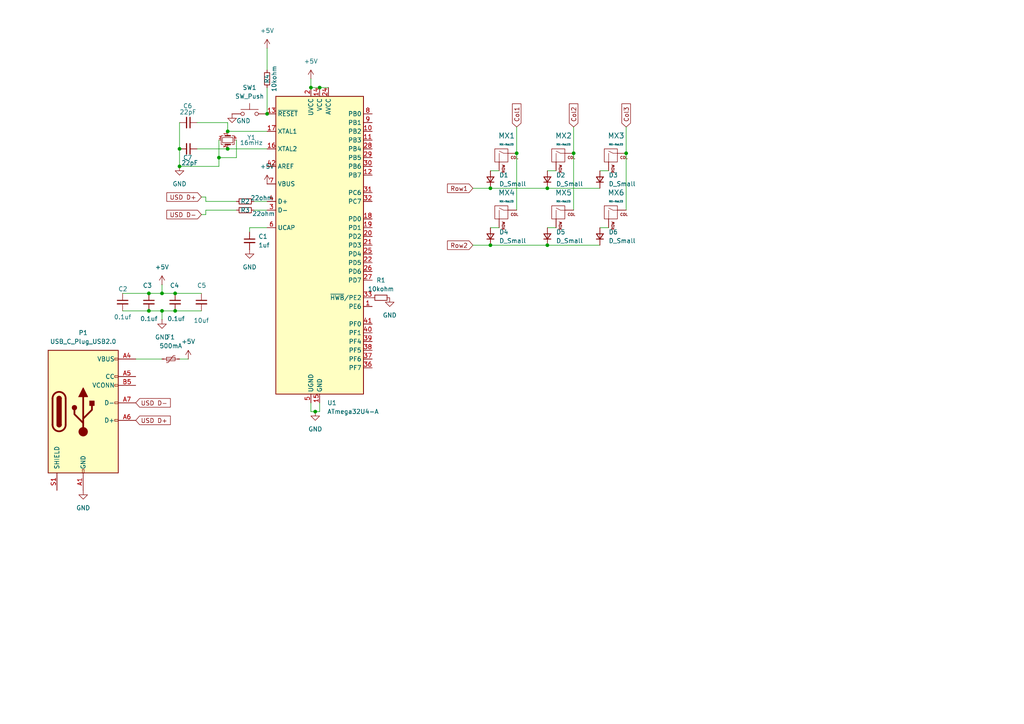
<source format=kicad_sch>
(kicad_sch (version 20231120) (generator "eeschema") (generator_version "8.0")
  (paper "A4")
  (lib_symbols
    (symbol "Connector:USB_C_Plug_USB2.0" (pin_names (offset 1.016))
      (property "Reference" "P" (at -10.16 19.05 0))
      (property "Value" "USB_C_Plug_USB2.0" (at 12.7 19.05 0))
      (symbol "USB_C_Plug_USB2.0_0_0"
        (rectangle (start -0.254 -17.78) (end 0.254 -16.764))
        (rectangle (start 10.16 -2.286) (end 9.144 -2.794))
        (rectangle (start 10.16 2.794) (end 9.144 2.286))
        (rectangle (start 10.16 7.874) (end 9.144 7.366))
        (rectangle (start 10.16 10.414) (end 9.144 9.906))
        (rectangle (start 10.16 15.494) (end 9.144 14.986))
      )
      (symbol "USB_C_Plug_USB2.0_0_1"
        (rectangle (start -10.16 17.78) (end 10.16 -17.78) (stroke (width 0.254)) (fill (type background)))
        (arc (start -8.89 -3.81) (mid -6.985 -5.7067) (end -5.08 -3.81) (stroke (width 0.508)))
        (arc (start -7.62 -3.81) (mid -6.985 -4.4423) (end -6.35 -3.81) (stroke (width 0.254)))
        (arc (start -7.62 -3.81) (mid -6.985 -4.4423) (end -6.35 -3.81) (stroke (width 0.254)) (fill (type outline)))
        (rectangle (start -7.62 -3.81) (end -6.35 3.81) (stroke (width 0.254)) (fill (type outline)))
        (arc (start -6.35 3.81) (mid -6.985 4.4423) (end -7.62 3.81) (stroke (width 0.254)))
        (arc (start -6.35 3.81) (mid -6.985 4.4423) (end -7.62 3.81) (stroke (width 0.254)) (fill (type outline)))
        (arc (start -5.08 3.81) (mid -6.985 5.7067) (end -8.89 3.81) (stroke (width 0.508)))
        (circle (center -2.54 1.143) (radius 0.635) (stroke (width 0.254)) (fill (type outline)))
        (circle (center 0 -5.842) (radius 1.27) (fill (type outline)))
        (polyline (pts (xy -8.89 -3.81) (xy -8.89 3.81)) (stroke (width 0.508)))
        (polyline (pts (xy -5.08 3.81) (xy -5.08 -3.81)) (stroke (width 0.508)))
        (polyline (pts (xy 0 -5.842) (xy 0 4.318)) (stroke (width 0.508)))
        (polyline (pts (xy 0 -3.302) (xy -2.54 -0.762) (xy -2.54 0.508)) (stroke (width 0.508)))
        (polyline (pts (xy 0 -2.032) (xy 2.54 0.508) (xy 2.54 1.778)) (stroke (width 0.508)))
        (polyline (pts (xy -1.27 4.318) (xy 0 6.858) (xy 1.27 4.318) (xy -1.27 4.318)) (stroke (width 0.254)) (fill (type outline)))
        (rectangle (start 1.905 1.778) (end 3.175 3.048) (stroke (width 0.254)) (fill (type outline)))
      )
      (symbol "USB_C_Plug_USB2.0_1_1"
        (pin passive line (at 0 -22.86 90) (length 5.08) (name "GND") (number "A1"))
        (pin passive line (at 0 -22.86 90) (length 5.08) hide (name "GND") (number "A12"))
        (pin passive line (at 15.24 15.24 180) (length 5.08) (name "VBUS") (number "A4"))
        (pin bidirectional line (at 15.24 10.16 180) (length 5.08) (name "CC") (number "A5"))
        (pin bidirectional line (at 15.24 -2.54 180) (length 5.08) (name "D+") (number "A6"))
        (pin bidirectional line (at 15.24 2.54 180) (length 5.08) (name "D-") (number "A7"))
        (pin passive line (at 15.24 15.24 180) (length 5.08) hide (name "VBUS") (number "A9"))
        (pin passive line (at 0 -22.86 90) (length 5.08) hide (name "GND") (number "B1"))
        (pin passive line (at 0 -22.86 90) (length 5.08) hide (name "GND") (number "B12"))
        (pin passive line (at 15.24 15.24 180) (length 5.08) hide (name "VBUS") (number "B4"))
        (pin bidirectional line (at 15.24 7.62 180) (length 5.08) (name "VCONN") (number "B5"))
        (pin passive line (at 15.24 15.24 180) (length 5.08) hide (name "VBUS") (number "B9"))
        (pin passive line (at -7.62 -22.86 90) (length 5.08) (name "SHIELD") (number "S1"))
      )
    )
    (symbol "Device:C_Small" (pin_numbers hide) (pin_names (offset 0.254) hide)
      (property "Reference" "C" (at 0.254 1.778 0))
      (property "Value" "C_Small" (at 0.254 -2.032 0))
      (symbol "C_Small_0_1"
        (polyline (pts (xy -1.524 -0.508) (xy 1.524 -0.508)) (stroke (width 0.3302)))
        (polyline (pts (xy -1.524 0.508) (xy 1.524 0.508)) (stroke (width 0.3048)))
      )
      (symbol "C_Small_1_1"
        (pin passive line (at 0 2.54 270) (length 2.032) (name "~") (number "1"))
        (pin passive line (at 0 -2.54 90) (length 2.032) (name "~") (number "2"))
      )
    )
    (symbol "Device:Crystal_GND24_Small" (pin_names (offset 1.016) hide)
      (property "Reference" "Y" (at 1.27 4.445 0))
      (property "Value" "Crystal_GND24_Small" (at 1.27 2.54 0))
      (symbol "Crystal_GND24_Small_0_1"
        (rectangle (start -0.762 -1.524) (end 0.762 1.524))
        (polyline (pts (xy -1.27 -0.762) (xy -1.27 0.762)) (stroke (width 0.381)))
        (polyline (pts (xy 1.27 -0.762) (xy 1.27 0.762)) (stroke (width 0.381)))
        (polyline (pts (xy -1.27 -1.27) (xy -1.27 -1.905) (xy 1.27 -1.905) (xy 1.27 -1.27)))
        (polyline (pts (xy -1.27 1.27) (xy -1.27 1.905) (xy 1.27 1.905) (xy 1.27 1.27)))
      )
      (symbol "Crystal_GND24_Small_1_1"
        (pin passive line (at -2.54 0 0) (length 1.27) (name "1") (number "1"))
        (pin passive line (at 0 -2.54 90) (length 0.635) (name "2") (number "2"))
        (pin passive line (at 2.54 0 180) (length 1.27) (name "3") (number "3"))
        (pin passive line (at 0 2.54 270) (length 0.635) (name "4") (number "4"))
      )
    )
    (symbol "Device:D_Small" (pin_numbers hide) (pin_names (offset 0.254) hide)
      (property "Reference" "D" (at -1.27 2.032 0))
      (property "Value" "D_Small" (at -3.81 -2.032 0))
      (symbol "D_Small_0_1"
        (polyline (pts (xy -0.762 -1.016) (xy -0.762 1.016)) (stroke (width 0.254)))
        (polyline (pts (xy -0.762 0) (xy 0.762 0)))
        (polyline (pts (xy 0.762 -1.016) (xy -0.762 0) (xy 0.762 1.016) (xy 0.762 -1.016)) (stroke (width 0.254)))
      )
      (symbol "D_Small_1_1"
        (pin passive line (at -2.54 0 0) (length 1.778) (name "K") (number "1"))
        (pin passive line (at 2.54 0 180) (length 1.778) (name "A") (number "2"))
      )
    )
    (symbol "Device:Polyfuse_Small" (pin_numbers hide) (pin_names (offset 0))
      (property "Reference" "F" (at -1.905 0 90))
      (property "Value" "Polyfuse_Small" (at 1.905 0 90))
      (symbol "Polyfuse_Small_0_1"
        (rectangle (start -0.508 1.27) (end 0.508 -1.27))
        (polyline (pts (xy 0 2.54) (xy 0 -2.54)))
        (polyline (pts (xy -1.016 1.27) (xy -1.016 0.762) (xy 1.016 -0.762) (xy 1.016 -1.27)))
      )
      (symbol "Polyfuse_Small_1_1"
        (pin passive line (at 0 2.54 270) (length 0.635) (name "~") (number "1"))
        (pin passive line (at 0 -2.54 90) (length 0.635) (name "~") (number "2"))
      )
    )
    (symbol "Device:R_Small" (pin_numbers hide) (pin_names (offset 0.254) hide)
      (property "Reference" "R" (at 0.762 0.508 0))
      (property "Value" "R_Small" (at 0.762 -1.016 0))
      (symbol "R_Small_0_1"
        (rectangle (start -0.762 1.778) (end 0.762 -1.778) (stroke (width 0.2032)))
      )
      (symbol "R_Small_1_1"
        (pin passive line (at 0 2.54 270) (length 0.762) (name "~") (number "1"))
        (pin passive line (at 0 -2.54 90) (length 0.762) (name "~") (number "2"))
      )
    )
    (symbol "MCU_Microchip_ATmega:ATmega32U4-A"
      (property "Reference" "U" (at -12.7 44.45 0))
      (property "Value" "ATmega32U4-A" (at 2.54 -44.45 0))
      (symbol "ATmega32U4-A_0_1"
        (rectangle (start -12.7 -43.18) (end 12.7 43.18) (stroke (width 0.254)) (fill (type background)))
      )
      (symbol "ATmega32U4-A_1_1"
        (pin bidirectional line (at 15.24 -17.78 180) (length 2.54) (name "PE6") (number "1"))
        (pin bidirectional line (at 15.24 33.02 180) (length 2.54) (name "PB2") (number "10"))
        (pin bidirectional line (at 15.24 30.48 180) (length 2.54) (name "PB3") (number "11"))
        (pin bidirectional line (at 15.24 20.32 180) (length 2.54) (name "PB7") (number "12"))
        (pin input line (at -15.24 38.1 0) (length 2.54) (name "~{RESET}") (number "13"))
        (pin power_in line (at 0 45.72 270) (length 2.54) (name "VCC") (number "14"))
        (pin power_in line (at 0 -45.72 90) (length 2.54) (name "GND") (number "15"))
        (pin output line (at -15.24 27.94 0) (length 2.54) (name "XTAL2") (number "16"))
        (pin input line (at -15.24 33.02 0) (length 2.54) (name "XTAL1") (number "17"))
        (pin bidirectional line (at 15.24 7.62 180) (length 2.54) (name "PD0") (number "18"))
        (pin bidirectional line (at 15.24 5.08 180) (length 2.54) (name "PD1") (number "19"))
        (pin power_in line (at -2.54 45.72 270) (length 2.54) (name "UVCC") (number "2"))
        (pin bidirectional line (at 15.24 2.54 180) (length 2.54) (name "PD2") (number "20"))
        (pin bidirectional line (at 15.24 0 180) (length 2.54) (name "PD3") (number "21"))
        (pin bidirectional line (at 15.24 -5.08 180) (length 2.54) (name "PD5") (number "22"))
        (pin passive line (at 0 -45.72 90) (length 2.54) hide (name "GND") (number "23"))
        (pin power_in line (at 2.54 45.72 270) (length 2.54) (name "AVCC") (number "24"))
        (pin bidirectional line (at 15.24 -2.54 180) (length 2.54) (name "PD4") (number "25"))
        (pin bidirectional line (at 15.24 -7.62 180) (length 2.54) (name "PD6") (number "26"))
        (pin bidirectional line (at 15.24 -10.16 180) (length 2.54) (name "PD7") (number "27"))
        (pin bidirectional line (at 15.24 27.94 180) (length 2.54) (name "PB4") (number "28"))
        (pin bidirectional line (at 15.24 25.4 180) (length 2.54) (name "PB5") (number "29"))
        (pin bidirectional line (at -15.24 10.16 0) (length 2.54) (name "D-") (number "3"))
        (pin bidirectional line (at 15.24 22.86 180) (length 2.54) (name "PB6") (number "30"))
        (pin bidirectional line (at 15.24 15.24 180) (length 2.54) (name "PC6") (number "31"))
        (pin bidirectional line (at 15.24 12.7 180) (length 2.54) (name "PC7") (number "32"))
        (pin bidirectional line (at 15.24 -15.24 180) (length 2.54) (name "~{HWB}/PE2") (number "33"))
        (pin passive line (at 0 45.72 270) (length 2.54) hide (name "VCC") (number "34"))
        (pin passive line (at 0 -45.72 90) (length 2.54) hide (name "GND") (number "35"))
        (pin bidirectional line (at 15.24 -35.56 180) (length 2.54) (name "PF7") (number "36"))
        (pin bidirectional line (at 15.24 -33.02 180) (length 2.54) (name "PF6") (number "37"))
        (pin bidirectional line (at 15.24 -30.48 180) (length 2.54) (name "PF5") (number "38"))
        (pin bidirectional line (at 15.24 -27.94 180) (length 2.54) (name "PF4") (number "39"))
        (pin bidirectional line (at -15.24 12.7 0) (length 2.54) (name "D+") (number "4"))
        (pin bidirectional line (at 15.24 -25.4 180) (length 2.54) (name "PF1") (number "40"))
        (pin bidirectional line (at 15.24 -22.86 180) (length 2.54) (name "PF0") (number "41"))
        (pin passive line (at -15.24 22.86 0) (length 2.54) (name "AREF") (number "42"))
        (pin passive line (at 0 -45.72 90) (length 2.54) hide (name "GND") (number "43"))
        (pin passive line (at 2.54 45.72 270) (length 2.54) hide (name "AVCC") (number "44"))
        (pin passive line (at -2.54 -45.72 90) (length 2.54) (name "UGND") (number "5"))
        (pin passive line (at -15.24 5.08 0) (length 2.54) (name "UCAP") (number "6"))
        (pin input line (at -15.24 17.78 0) (length 2.54) (name "VBUS") (number "7"))
        (pin bidirectional line (at 15.24 38.1 180) (length 2.54) (name "PB0") (number "8"))
        (pin bidirectional line (at 15.24 35.56 180) (length 2.54) (name "PB1") (number "9"))
      )
    )
    (symbol "MX_Alps_Hybrid:MX-NoLED" (pin_names (offset 1.016))
      (property "Reference" "MX" (at -0.635 3.81 0))
      (property "Value" "MX-NoLED" (at -0.635 1.27 0))
      (symbol "MX-NoLED_0_0"
        (rectangle (start -2.54 2.54) (end 1.27 -1.27))
        (polyline (pts (xy -1.27 -1.27) (xy -1.27 1.27)) (stroke (width 0.127)))
        (polyline (pts (xy 1.27 1.27) (xy 0 1.27) (xy -1.27 1.905)) (stroke (width 0.127)))
        (text "COL" (at 3.175 0 0) (effects (font (size 0.762 0.762))))
        (text "ROW" (at 0 -1.905 900) (effects (font (size 0.762 0.762)) (justify right)))
      )
      (symbol "MX-NoLED_1_1"
        (pin passive line (at 3.81 1.27 180) (length 2.54) (name "COL") (number "1"))
        (pin passive line (at -1.27 -3.81 90) (length 2.54) (name "ROW") (number "2"))
      )
    )
    (symbol "Switch:SW_Push" (pin_numbers hide) (pin_names (offset 1.016) hide)
      (property "Reference" "SW" (at 1.27 2.54 0))
      (property "Value" "SW_Push" (at 0 -1.524 0))
      (symbol "SW_Push_0_1"
        (circle (center -2.032 0) (radius 0.508))
        (polyline (pts (xy 0 1.27) (xy 0 3.048)))
        (polyline (pts (xy 2.54 1.27) (xy -2.54 1.27)))
        (circle (center 2.032 0) (radius 0.508))
        (pin passive line (at -5.08 0 0) (length 2.54) (name "1") (number "1"))
        (pin passive line (at 5.08 0 180) (length 2.54) (name "2") (number "2"))
      )
    )
    (symbol "power:+5V" (power) (pin_numbers hide) (pin_names (offset 0) hide)
      (property "Value" "+5V" (at 0 3.556 0))
      (symbol "+5V_0_1"
        (polyline (pts (xy -0.762 1.27) (xy 0 2.54)))
        (polyline (pts (xy 0 0) (xy 0 2.54)))
        (polyline (pts (xy 0 2.54) (xy 0.762 1.27)))
      )
      (symbol "+5V_1_1"
        (pin power_in line (at 0 0 90) (length 0) (name "~") (number "1"))
      )
    )
    (symbol "power:GND" (power) (pin_numbers hide) (pin_names (offset 0) hide)
      (property "Value" "GND" (at 0 -3.81 0))
      (symbol "GND_0_1"
        (polyline (pts (xy 0 0) (xy 0 -1.27) (xy 1.27 -1.27) (xy 0 -2.54) (xy -1.27 -1.27) (xy 0 -1.27)))
      )
      (symbol "GND_1_1"
        (pin power_in line (at 0 0 270) (length 0) (name "~") (number "1"))
      )
    )
  )
  (junction (at 181.61 44.45))
  (junction (at 149.86 44.45))
  (junction (at 46.99 90.17))
  (junction (at 90.17 25.4))
  (junction (at 43.18 85.09))
  (junction (at 50.8 90.17))
  (junction (at 142.24 71.12))
  (junction (at 46.99 85.09))
  (junction (at 158.75 71.12))
  (junction (at 92.71 25.4))
  (junction (at 166.37 44.45))
  (junction (at 91.44 119.38))
  (junction (at 66.04 43.18))
  (junction (at 158.75 54.61))
  (junction (at 52.07 43.18))
  (junction (at 77.47 33.02))
  (junction (at 52.07 48.26))
  (junction (at 43.18 90.17))
  (junction (at 50.8 85.09))
  (junction (at 142.24 54.61))
  (junction (at 63.5 45.72))
  (junction (at 66.04 38.1))
  (wire (pts (xy 92.71 25.4) (xy 95.25 25.4)))
  (wire (pts (xy 142.24 66.04) (xy 144.78 66.04)))
  (wire (pts (xy 68.58 40.64) (xy 68.58 45.72)))
  (wire (pts (xy 59.69 60.96) (xy 68.58 60.96)))
  (wire (pts (xy 57.15 35.56) (xy 66.04 35.56)))
  (wire (pts (xy 72.39 66.04) (xy 77.47 66.04)))
  (wire (pts (xy 50.8 90.17) (xy 58.42 90.17)))
  (wire (pts (xy 58.42 62.23) (xy 59.69 62.23)))
  (wire (pts (xy 181.61 44.45) (xy 181.61 60.96)))
  (wire (pts (xy 57.15 43.18) (xy 66.04 43.18)))
  (wire (pts (xy 59.69 58.42) (xy 68.58 58.42)))
  (wire (pts (xy 158.75 54.61) (xy 173.99 54.61)))
  (wire (pts (xy 46.99 82.55) (xy 46.99 85.09)))
  (wire (pts (xy 92.71 116.84) (xy 92.71 119.38)))
  (wire (pts (xy 66.04 35.56) (xy 66.04 38.1)))
  (wire (pts (xy 63.5 45.72) (xy 63.5 48.26)))
  (wire (pts (xy 46.99 85.09) (xy 50.8 85.09)))
  (wire (pts (xy 142.24 54.61) (xy 158.75 54.61)))
  (wire (pts (xy 90.17 25.4) (xy 92.71 25.4)))
  (wire (pts (xy 46.99 90.17) (xy 50.8 90.17)))
  (wire (pts (xy 137.16 54.61) (xy 142.24 54.61)))
  (wire (pts (xy 43.18 85.09) (xy 46.99 85.09)))
  (wire (pts (xy 50.8 85.09) (xy 58.42 85.09)))
  (wire (pts (xy 158.75 66.04) (xy 161.29 66.04)))
  (wire (pts (xy 63.5 48.26) (xy 52.07 48.26)))
  (wire (pts (xy 142.24 49.53) (xy 144.78 49.53)))
  (wire (pts (xy 90.17 116.84) (xy 90.17 119.38)))
  (wire (pts (xy 137.16 71.12) (xy 142.24 71.12)))
  (wire (pts (xy 59.69 57.15) (xy 59.69 58.42)))
  (wire (pts (xy 46.99 90.17) (xy 46.99 92.71)))
  (wire (pts (xy 158.75 71.12) (xy 173.99 71.12)))
  (wire (pts (xy 142.24 71.12) (xy 158.75 71.12)))
  (wire (pts (xy 66.04 43.18) (xy 77.47 43.18)))
  (wire (pts (xy 59.69 62.23) (xy 59.69 60.96)))
  (wire (pts (xy 72.39 67.31) (xy 72.39 66.04)))
  (wire (pts (xy 73.66 58.42) (xy 77.47 58.42)))
  (wire (pts (xy 92.71 119.38) (xy 91.44 119.38)))
  (wire (pts (xy 149.86 44.45) (xy 149.86 60.96)))
  (wire (pts (xy 73.66 60.96) (xy 77.47 60.96)))
  (wire (pts (xy 35.56 85.09) (xy 43.18 85.09)))
  (wire (pts (xy 77.47 20.32) (xy 77.47 13.97)))
  (wire (pts (xy 52.07 35.56) (xy 52.07 43.18)))
  (wire (pts (xy 63.5 40.64) (xy 63.5 45.72)))
  (wire (pts (xy 52.07 104.14) (xy 54.61 104.14)))
  (wire (pts (xy 149.86 36.83) (xy 149.86 44.45)))
  (wire (pts (xy 173.99 66.04) (xy 176.53 66.04)))
  (wire (pts (xy 58.42 57.15) (xy 59.69 57.15)))
  (wire (pts (xy 35.56 90.17) (xy 43.18 90.17)))
  (wire (pts (xy 90.17 22.86) (xy 90.17 25.4)))
  (wire (pts (xy 52.07 43.18) (xy 52.07 48.26)))
  (wire (pts (xy 43.18 90.17) (xy 46.99 90.17)))
  (wire (pts (xy 158.75 49.53) (xy 161.29 49.53)))
  (wire (pts (xy 39.37 104.14) (xy 46.99 104.14)))
  (wire (pts (xy 181.61 36.83) (xy 181.61 44.45)))
  (wire (pts (xy 166.37 36.83) (xy 166.37 44.45)))
  (wire (pts (xy 90.17 119.38) (xy 91.44 119.38)))
  (wire (pts (xy 68.58 45.72) (xy 63.5 45.72)))
  (wire (pts (xy 173.99 49.53) (xy 176.53 49.53)))
  (wire (pts (xy 166.37 44.45) (xy 166.37 60.96)))
  (wire (pts (xy 77.47 25.4) (xy 77.47 33.02)))
  (wire (pts (xy 66.04 38.1) (xy 77.47 38.1)))
  (global_label "USD D+" (shape input) (at 39.37 121.92 0) (property "Intersheetrefs" "${INTERSHEET_REFS}" (effects (hide yes))))
  (global_label "USD D-" (shape input) (at 39.37 116.84 0) (property "Intersheetrefs" "${INTERSHEET_REFS}" (effects (hide yes))))
  (global_label "Col2" (shape input) (at 166.37 36.83 90) (property "Intersheetrefs" "${INTERSHEET_REFS}" (effects (hide yes))))
  (global_label "USD D+" (shape input) (at 58.42 57.15 180) (property "Intersheetrefs" "${INTERSHEET_REFS}" (effects (hide yes))))
  (global_label "Col3" (shape input) (at 181.61 36.83 90) (property "Intersheetrefs" "${INTERSHEET_REFS}" (effects (hide yes))))
  (global_label "Row1" (shape input) (at 137.16 54.61 180) (property "Intersheetrefs" "${INTERSHEET_REFS}" (effects (hide yes))))
  (global_label "Col1" (shape input) (at 149.86 36.83 90) (property "Intersheetrefs" "${INTERSHEET_REFS}" (effects (hide yes))))
  (global_label "Row2" (shape input) (at 137.16 71.12 180) (property "Intersheetrefs" "${INTERSHEET_REFS}" (effects (hide yes))))
  (global_label "USD D-" (shape input) (at 58.42 62.23 180) (property "Intersheetrefs" "${INTERSHEET_REFS}" (effects (hide yes))))
  (symbol (lib_id "Connector:USB_C_Plug_USB2.0") (at 24.13 119.38 0) (unit 1)
    (property "Reference" "P1" (at 24.13 96.52 0))
    (property "Value" "USB_C_Plug_USB2.0" (at 24.13 99.06 0))
    (property "Footprint" "Connector_USB:USB_C_Plug_Molex_105444" (effects (hide yes)))
    (property "Datasheet" "https://www.usb.org/sites/default/files/documents/usb_type-c.zip" (effects (hide yes)))
    (property "Description" "USB 2.0-only Type-C Plug connector" (effects (hide yes)))
  )
  (symbol (lib_id "MCU_Microchip_ATmega:ATmega32U4-A") (at 92.71 71.12 0) (unit 1)
    (property "Reference" "U1" (at 94.9041 116.84 0) (effects (justify left)))
    (property "Value" "ATmega32U4-A" (at 94.9041 119.38 0) (effects (justify left)))
    (property "Footprint" "Package_QFP:TQFP-44_10x10mm_P0.8mm" (effects (hide yes)))
    (property "Datasheet" "http://ww1.microchip.com/downloads/en/DeviceDoc/Atmel-7766-8-bit-AVR-ATmega16U4-32U4_Datasheet.pdf" (effects (hide yes)))
    (property "Description" "16MHz, 32kB Flash, 2.5kB SRAM, 1kB EEPROM, USB 2.0, TQFP-44" (effects (hide yes)))
  )
  (symbol (lib_id "MX_Alps_Hybrid:MX-NoLED") (at 146.05 45.72 0) (unit 1)
    (property "Reference" "MX1" (at 146.9452 39.37 0) (effects (font (size 1.524 1.524))))
    (property "Value" "MX-NoLED" (at 146.9452 41.91 0) (effects (font (size 0.508 0.508))))
    (property "Footprint" "MX_Alps_Hybrid:MX-1U-NoLED" (effects (hide yes)))
  )
  (symbol (lib_id "Device:Crystal_GND24_Small") (at 66.04 40.64 270) (unit 1)
    (property "Reference" "Y1" (at 72.898 39.878 90))
    (property "Value" "16mHz" (at 72.898 41.402 90))
    (property "Footprint" "Package_QFP:TQFP-44_10x10mm_P0.8mm" (effects (hide yes)))
    (property "Description" "Four pin crystal, GND on pins 2 and 4, small symbol" (effects (hide yes)))
  )
  (symbol (lib_id "MX_Alps_Hybrid:MX-NoLED") (at 162.56 62.23 0) (unit 1)
    (property "Reference" "MX5" (at 163.4552 55.88 0) (effects (font (size 1.524 1.524))))
    (property "Value" "MX-NoLED" (at 163.4552 58.42 0) (effects (font (size 0.508 0.508))))
    (property "Footprint" "MX_Alps_Hybrid:MX-1U-NoLED" (effects (hide yes)))
  )
  (symbol (lib_id "power:GND") (at 72.39 72.39 0) (unit 1)
    (property "Reference" "#PWR04" (effects (hide yes)))
    (property "Value" "GND" (at 72.39 77.47 0))
    (property "Description" "Power symbol creates a global label with name \"GND\" , ground" (effects (hide yes)))
  )
  (symbol (lib_id "Device:Polyfuse_Small") (at 49.53 104.14 90) (unit 1)
    (property "Reference" "F1" (at 49.53 97.79 90))
    (property "Value" "500mA" (at 49.53 100.33 90))
    (property "Footprint" "Fuse:Fuse_1206_3216Metric" (effects (hide yes)))
    (property "Description" "Resettable fuse, polymeric positive temperature coefficient, small symbol" (effects (hide yes)))
  )
  (symbol (lib_id "Device:C_Small") (at 54.61 35.56 270) (unit 1)
    (property "Reference" "C6" (at 53.086 30.734 90) (effects (justify left)))
    (property "Value" "22pF" (at 52.07 32.512 90) (effects (justify left)))
    (property "Footprint" "Capacitor_SMD:C_0805_2012Metric" (effects (hide yes)))
    (property "Description" "Unpolarized capacitor, small symbol" (effects (hide yes)))
  )
  (symbol (lib_id "power:GND") (at 67.31 33.02 0) (unit 1)
    (property "Reference" "#PWR09" (effects (hide yes)))
    (property "Value" "GND" (at 70.612 35.052 0))
    (property "Description" "Power symbol creates a global label with name \"GND\" , ground" (effects (hide yes)))
  )
  (symbol (lib_id "power:GND") (at 52.07 48.26 0) (unit 1)
    (property "Reference" "#PWR08" (effects (hide yes)))
    (property "Value" "GND" (at 52.07 53.34 0))
    (property "Description" "Power symbol creates a global label with name \"GND\" , ground" (effects (hide yes)))
  )
  (symbol (lib_id "MX_Alps_Hybrid:MX-NoLED") (at 146.05 62.23 0) (unit 1)
    (property "Reference" "MX4" (at 146.9452 55.88 0) (effects (font (size 1.524 1.524))))
    (property "Value" "MX-NoLED" (at 146.9452 58.42 0) (effects (font (size 0.508 0.508))))
    (property "Footprint" "MX_Alps_Hybrid:MX-1U-NoLED" (effects (hide yes)))
  )
  (symbol (lib_id "power:+5V") (at 77.47 13.97 0) (unit 1)
    (property "Reference" "#PWR010" (effects (hide yes)))
    (property "Value" "+5V" (at 77.47 8.89 0))
    (property "Description" "Power symbol creates a global label with name \"+5V\"" (effects (hide yes)))
  )
  (symbol (lib_id "Device:D_Small") (at 142.24 68.58 90) (unit 1)
    (property "Reference" "D4" (at 144.78 67.3099 90) (effects (justify right)))
    (property "Value" "D_Small" (at 144.78 69.8499 90) (effects (justify right)))
    (property "Footprint" "Diode_SMD:D_SOD-123" (effects (hide yes)))
    (property "Description" "Diode, small symbol" (effects (hide yes)))
    (property "Sim.Device" "D" (effects (hide yes)))
    (property "Sim.Pins" "1=K 2=A" (effects (hide yes)))
  )
  (symbol (lib_id "MX_Alps_Hybrid:MX-NoLED") (at 162.56 45.72 0) (unit 1)
    (property "Reference" "MX2" (at 163.4552 39.37 0) (effects (font (size 1.524 1.524))))
    (property "Value" "MX-NoLED" (at 163.4552 41.91 0) (effects (font (size 0.508 0.508))))
    (property "Footprint" "MX_Alps_Hybrid:MX-1U-NoLED" (effects (hide yes)))
  )
  (symbol (lib_id "Device:C_Small") (at 54.61 43.18 270) (unit 1)
    (property "Reference" "C7" (at 53.086 45.72 90) (effects (justify left)))
    (property "Value" "22pF" (at 52.578 47.244 90) (effects (justify left)))
    (property "Footprint" "Capacitor_SMD:C_0805_2012Metric" (effects (hide yes)))
    (property "Description" "Unpolarized capacitor, small symbol" (effects (hide yes)))
  )
  (symbol (lib_id "Device:C_Small") (at 35.56 87.63 0) (unit 1)
    (property "Reference" "C2" (at 34.29 83.82 0) (effects (justify left)))
    (property "Value" "0.1uf" (at 33.02 91.948 0) (effects (justify left)))
    (property "Footprint" "Capacitor_SMD:C_0805_2012Metric" (effects (hide yes)))
    (property "Description" "Unpolarized capacitor, small symbol" (effects (hide yes)))
  )
  (symbol (lib_id "Device:C_Small") (at 72.39 69.85 0) (unit 1)
    (property "Reference" "C1" (at 74.93 68.5862 0) (effects (justify left)))
    (property "Value" "1uf" (at 74.93 71.1262 0) (effects (justify left)))
    (property "Footprint" "Capacitor_SMD:C_0805_2012Metric" (effects (hide yes)))
    (property "Description" "Unpolarized capacitor, small symbol" (effects (hide yes)))
  )
  (symbol (lib_id "MX_Alps_Hybrid:MX-NoLED") (at 177.8 62.23 0) (unit 1)
    (property "Reference" "MX6" (at 178.6952 55.88 0) (effects (font (size 1.524 1.524))))
    (property "Value" "MX-NoLED" (at 178.6952 58.42 0) (effects (font (size 0.508 0.508))))
    (property "Footprint" "MX_Alps_Hybrid:MX-1U-NoLED" (effects (hide yes)))
  )
  (symbol (lib_id "power:+5V") (at 46.99 82.55 0) (unit 1)
    (property "Reference" "#PWR06" (effects (hide yes)))
    (property "Value" "+5V" (at 46.99 77.47 0))
    (property "Description" "Power symbol creates a global label with name \"+5V\"" (effects (hide yes)))
  )
  (symbol (lib_id "Device:R_Small") (at 71.12 60.96 90) (unit 1)
    (property "Reference" "R3" (at 71.12 60.96 90))
    (property "Value" "22ohm" (at 76.454 61.976 90))
    (property "Footprint" "Resistor_SMD:R_0805_2012Metric" (effects (hide yes)))
    (property "Description" "Resistor, small symbol" (effects (hide yes)))
  )
  (symbol (lib_id "Device:R_Small") (at 77.47 22.86 180) (unit 1)
    (property "Reference" "R4" (at 77.47 22.86 90))
    (property "Value" "10kohm" (at 79.502 22.86 90))
    (property "Footprint" "Resistor_SMD:R_0805_2012Metric" (effects (hide yes)))
    (property "Description" "Resistor, small symbol" (effects (hide yes)))
  )
  (symbol (lib_id "Device:R_Small") (at 71.12 58.42 90) (unit 1)
    (property "Reference" "R2" (at 71.12 58.42 90))
    (property "Value" "22ohm" (at 75.946 57.404 90))
    (property "Footprint" "Resistor_SMD:R_0805_2012Metric" (effects (hide yes)))
    (property "Description" "Resistor, small symbol" (effects (hide yes)))
  )
  (symbol (lib_id "Device:C_Small") (at 58.42 87.63 0) (unit 1)
    (property "Reference" "C5" (at 57.15 82.804 0) (effects (justify left)))
    (property "Value" "10uf" (at 56.134 92.964 0) (effects (justify left)))
    (property "Footprint" "Capacitor_SMD:C_0805_2012Metric" (effects (hide yes)))
    (property "Description" "Unpolarized capacitor, small symbol" (effects (hide yes)))
  )
  (symbol (lib_id "Device:D_Small") (at 142.24 52.07 90) (unit 1)
    (property "Reference" "D1" (at 144.78 50.7999 90) (effects (justify right)))
    (property "Value" "D_Small" (at 144.78 53.3399 90) (effects (justify right)))
    (property "Footprint" "Diode_SMD:D_SOD-123" (effects (hide yes)))
    (property "Description" "Diode, small symbol" (effects (hide yes)))
    (property "Sim.Device" "D" (effects (hide yes)))
    (property "Sim.Pins" "1=K 2=A" (effects (hide yes)))
  )
  (symbol (lib_id "Switch:SW_Push") (at 72.39 33.02 0) (unit 1)
    (property "Reference" "SW1" (at 72.39 25.4 0))
    (property "Value" "SW_Push" (at 72.39 27.94 0))
    (property "Footprint" "random-keyboard-parts:SKQG-1155865" (effects (hide yes)))
    (property "Description" "Push button switch, generic, two pins" (effects (hide yes)))
  )
  (symbol (lib_id "Device:R_Small") (at 110.49 86.36 90) (unit 1)
    (property "Reference" "R1" (at 110.49 81.28 90))
    (property "Value" "10kohm" (at 110.49 83.82 90))
    (property "Footprint" "Resistor_SMD:R_0805_2012Metric" (effects (hide yes)))
    (property "Description" "Resistor, small symbol" (effects (hide yes)))
  )
  (symbol (lib_id "power:+5V") (at 90.17 22.86 0) (unit 1)
    (property "Reference" "#PWR01" (effects (hide yes)))
    (property "Value" "+5V" (at 90.17 17.78 0))
    (property "Description" "Power symbol creates a global label with name \"+5V\"" (effects (hide yes)))
  )
  (symbol (lib_id "Device:D_Small") (at 173.99 68.58 90) (unit 1)
    (property "Reference" "D6" (at 176.53 67.3099 90) (effects (justify right)))
    (property "Value" "D_Small" (at 176.53 69.8499 90) (effects (justify right)))
    (property "Footprint" "Diode_SMD:D_SOD-123" (effects (hide yes)))
    (property "Description" "Diode, small symbol" (effects (hide yes)))
    (property "Sim.Device" "D" (effects (hide yes)))
    (property "Sim.Pins" "1=K 2=A" (effects (hide yes)))
  )
  (symbol (lib_id "Device:D_Small") (at 158.75 68.58 90) (unit 1)
    (property "Reference" "D5" (at 161.29 67.3099 90) (effects (justify right)))
    (property "Value" "D_Small" (at 161.29 69.8499 90) (effects (justify right)))
    (property "Footprint" "Diode_SMD:D_SOD-123" (effects (hide yes)))
    (property "Description" "Diode, small symbol" (effects (hide yes)))
    (property "Sim.Device" "D" (effects (hide yes)))
    (property "Sim.Pins" "1=K 2=A" (effects (hide yes)))
  )
  (symbol (lib_id "Device:D_Small") (at 158.75 52.07 90) (unit 1)
    (property "Reference" "D2" (at 161.29 50.7999 90) (effects (justify right)))
    (property "Value" "D_Small" (at 161.29 53.3399 90) (effects (justify right)))
    (property "Footprint" "Diode_SMD:D_SOD-123" (effects (hide yes)))
    (property "Description" "Diode, small symbol" (effects (hide yes)))
    (property "Sim.Device" "D" (effects (hide yes)))
    (property "Sim.Pins" "1=K 2=A" (effects (hide yes)))
  )
  (symbol (lib_id "Device:C_Small") (at 43.18 87.63 0) (unit 1)
    (property "Reference" "C3" (at 41.402 82.804 0) (effects (justify left)))
    (property "Value" "0.1uf" (at 40.64 92.456 0) (effects (justify left)))
    (property "Footprint" "Capacitor_SMD:C_0805_2012Metric" (effects (hide yes)))
    (property "Description" "Unpolarized capacitor, small symbol" (effects (hide yes)))
  )
  (symbol (lib_id "power:+5V") (at 77.47 53.34 0) (unit 1)
    (property "Reference" "#PWR07" (effects (hide yes)))
    (property "Value" "+5V" (at 77.47 48.26 0))
    (property "Description" "Power symbol creates a global label with name \"+5V\"" (effects (hide yes)))
  )
  (symbol (lib_id "power:+5V") (at 54.61 104.14 0) (unit 1)
    (property "Reference" "#PWR011" (effects (hide yes)))
    (property "Value" "+5V" (at 54.61 99.06 0))
    (property "Description" "Power symbol creates a global label with name \"+5V\"" (effects (hide yes)))
  )
  (symbol (lib_id "power:GND") (at 91.44 119.38 0) (unit 1)
    (property "Reference" "#PWR02" (effects (hide yes)))
    (property "Value" "GND" (at 91.44 124.46 0))
    (property "Description" "Power symbol creates a global label with name \"GND\" , ground" (effects (hide yes)))
  )
  (symbol (lib_id "Device:C_Small") (at 50.8 87.63 0) (unit 1)
    (property "Reference" "C4" (at 49.276 82.804 0) (effects (justify left)))
    (property "Value" "0.1uf" (at 48.514 92.456 0) (effects (justify left)))
    (property "Footprint" "Capacitor_SMD:C_0805_2012Metric" (effects (hide yes)))
    (property "Description" "Unpolarized capacitor, small symbol" (effects (hide yes)))
  )
  (symbol (lib_id "power:GND") (at 46.99 92.71 0) (unit 1)
    (property "Reference" "#PWR05" (effects (hide yes)))
    (property "Value" "GND" (at 46.99 97.79 0))
    (property "Description" "Power symbol creates a global label with name \"GND\" , ground" (effects (hide yes)))
  )
  (symbol (lib_id "power:GND") (at 24.13 142.24 0) (unit 1)
    (property "Reference" "#PWR012" (effects (hide yes)))
    (property "Value" "GND" (at 24.13 147.32 0))
    (property "Description" "Power symbol creates a global label with name \"GND\" , ground" (effects (hide yes)))
  )
  (symbol (lib_id "power:GND") (at 113.03 86.36 0) (unit 1)
    (property "Reference" "#PWR03" (effects (hide yes)))
    (property "Value" "GND" (at 113.03 91.44 0))
    (property "Description" "Power symbol creates a global label with name \"GND\" , ground" (effects (hide yes)))
  )
  (symbol (lib_id "Device:D_Small") (at 173.99 52.07 90) (unit 1)
    (property "Reference" "D3" (at 176.53 50.7999 90) (effects (justify right)))
    (property "Value" "D_Small" (at 176.53 53.3399 90) (effects (justify right)))
    (property "Footprint" "Diode_SMD:D_SOD-123" (effects (hide yes)))
    (property "Description" "Diode, small symbol" (effects (hide yes)))
    (property "Sim.Device" "D" (effects (hide yes)))
    (property "Sim.Pins" "1=K 2=A" (effects (hide yes)))
  )
  (symbol (lib_id "MX_Alps_Hybrid:MX-NoLED") (at 177.8 45.72 0) (unit 1)
    (property "Reference" "MX3" (at 178.6952 39.37 0) (effects (font (size 1.524 1.524))))
    (property "Value" "MX-NoLED" (at 178.6952 41.91 0) (effects (font (size 0.508 0.508))))
    (property "Footprint" "MX_Alps_Hybrid:MX-1U-NoLED" (effects (hide yes)))
  )
)
</source>
